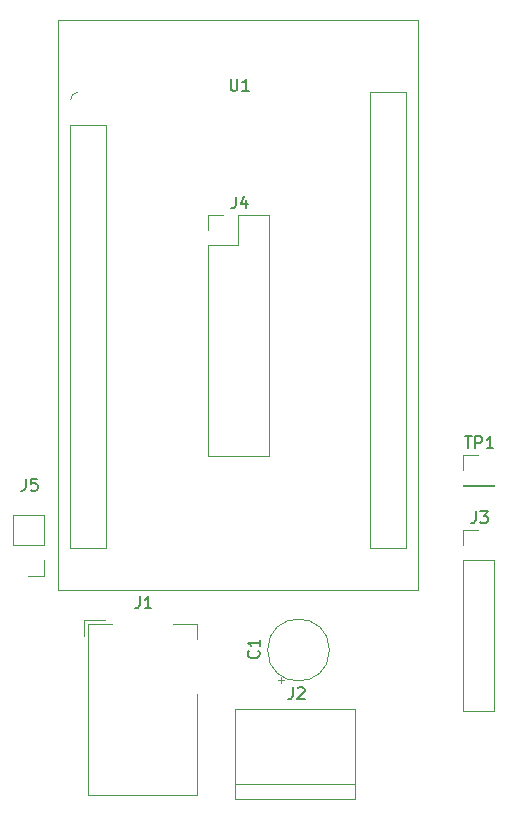
<source format=gbr>
%TF.GenerationSoftware,KiCad,Pcbnew,7.0.3*%
%TF.CreationDate,2023-06-24T17:47:24-04:00*%
%TF.ProjectId,ESP32-HUB75-Board,45535033-322d-4485-9542-37352d426f61,rev?*%
%TF.SameCoordinates,Original*%
%TF.FileFunction,Legend,Top*%
%TF.FilePolarity,Positive*%
%FSLAX46Y46*%
G04 Gerber Fmt 4.6, Leading zero omitted, Abs format (unit mm)*
G04 Created by KiCad (PCBNEW 7.0.3) date 2023-06-24 17:47:24*
%MOMM*%
%LPD*%
G01*
G04 APERTURE LIST*
%ADD10C,0.150000*%
%ADD11C,0.100000*%
%ADD12C,0.120000*%
G04 APERTURE END LIST*
D10*
%TO.C,U1*%
X123796779Y-68474819D02*
X123796779Y-69284342D01*
X123796779Y-69284342D02*
X123844398Y-69379580D01*
X123844398Y-69379580D02*
X123892017Y-69427200D01*
X123892017Y-69427200D02*
X123987255Y-69474819D01*
X123987255Y-69474819D02*
X124177731Y-69474819D01*
X124177731Y-69474819D02*
X124272969Y-69427200D01*
X124272969Y-69427200D02*
X124320588Y-69379580D01*
X124320588Y-69379580D02*
X124368207Y-69284342D01*
X124368207Y-69284342D02*
X124368207Y-68474819D01*
X125368207Y-69474819D02*
X124796779Y-69474819D01*
X125082493Y-69474819D02*
X125082493Y-68474819D01*
X125082493Y-68474819D02*
X124987255Y-68617676D01*
X124987255Y-68617676D02*
X124892017Y-68712914D01*
X124892017Y-68712914D02*
X124796779Y-68760533D01*
%TO.C,J5*%
X106445350Y-102324819D02*
X106445350Y-103039104D01*
X106445350Y-103039104D02*
X106397731Y-103181961D01*
X106397731Y-103181961D02*
X106302493Y-103277200D01*
X106302493Y-103277200D02*
X106159636Y-103324819D01*
X106159636Y-103324819D02*
X106064398Y-103324819D01*
X107397731Y-102324819D02*
X106921541Y-102324819D01*
X106921541Y-102324819D02*
X106873922Y-102801009D01*
X106873922Y-102801009D02*
X106921541Y-102753390D01*
X106921541Y-102753390D02*
X107016779Y-102705771D01*
X107016779Y-102705771D02*
X107254874Y-102705771D01*
X107254874Y-102705771D02*
X107350112Y-102753390D01*
X107350112Y-102753390D02*
X107397731Y-102801009D01*
X107397731Y-102801009D02*
X107445350Y-102896247D01*
X107445350Y-102896247D02*
X107445350Y-103134342D01*
X107445350Y-103134342D02*
X107397731Y-103229580D01*
X107397731Y-103229580D02*
X107350112Y-103277200D01*
X107350112Y-103277200D02*
X107254874Y-103324819D01*
X107254874Y-103324819D02*
X107016779Y-103324819D01*
X107016779Y-103324819D02*
X106921541Y-103277200D01*
X106921541Y-103277200D02*
X106873922Y-103229580D01*
%TO.C,J1*%
X116082350Y-112270819D02*
X116082350Y-112985104D01*
X116082350Y-112985104D02*
X116034731Y-113127961D01*
X116034731Y-113127961D02*
X115939493Y-113223200D01*
X115939493Y-113223200D02*
X115796636Y-113270819D01*
X115796636Y-113270819D02*
X115701398Y-113270819D01*
X117082350Y-113270819D02*
X116510922Y-113270819D01*
X116796636Y-113270819D02*
X116796636Y-112270819D01*
X116796636Y-112270819D02*
X116701398Y-112413676D01*
X116701398Y-112413676D02*
X116606160Y-112508914D01*
X116606160Y-112508914D02*
X116510922Y-112556533D01*
%TO.C,J4*%
X124220350Y-78419819D02*
X124220350Y-79134104D01*
X124220350Y-79134104D02*
X124172731Y-79276961D01*
X124172731Y-79276961D02*
X124077493Y-79372200D01*
X124077493Y-79372200D02*
X123934636Y-79419819D01*
X123934636Y-79419819D02*
X123839398Y-79419819D01*
X125125112Y-78753152D02*
X125125112Y-79419819D01*
X124887017Y-78372200D02*
X124648922Y-79086485D01*
X124648922Y-79086485D02*
X125267969Y-79086485D01*
%TO.C,TP1*%
X143616779Y-98724819D02*
X144188207Y-98724819D01*
X143902493Y-99724819D02*
X143902493Y-98724819D01*
X144521541Y-99724819D02*
X144521541Y-98724819D01*
X144521541Y-98724819D02*
X144902493Y-98724819D01*
X144902493Y-98724819D02*
X144997731Y-98772438D01*
X144997731Y-98772438D02*
X145045350Y-98820057D01*
X145045350Y-98820057D02*
X145092969Y-98915295D01*
X145092969Y-98915295D02*
X145092969Y-99058152D01*
X145092969Y-99058152D02*
X145045350Y-99153390D01*
X145045350Y-99153390D02*
X144997731Y-99201009D01*
X144997731Y-99201009D02*
X144902493Y-99248628D01*
X144902493Y-99248628D02*
X144521541Y-99248628D01*
X146045350Y-99724819D02*
X145473922Y-99724819D01*
X145759636Y-99724819D02*
X145759636Y-98724819D01*
X145759636Y-98724819D02*
X145664398Y-98867676D01*
X145664398Y-98867676D02*
X145569160Y-98962914D01*
X145569160Y-98962914D02*
X145473922Y-99010533D01*
%TO.C,J2*%
X129051350Y-119977819D02*
X129051350Y-120692104D01*
X129051350Y-120692104D02*
X129003731Y-120834961D01*
X129003731Y-120834961D02*
X128908493Y-120930200D01*
X128908493Y-120930200D02*
X128765636Y-120977819D01*
X128765636Y-120977819D02*
X128670398Y-120977819D01*
X129479922Y-120073057D02*
X129527541Y-120025438D01*
X129527541Y-120025438D02*
X129622779Y-119977819D01*
X129622779Y-119977819D02*
X129860874Y-119977819D01*
X129860874Y-119977819D02*
X129956112Y-120025438D01*
X129956112Y-120025438D02*
X130003731Y-120073057D01*
X130003731Y-120073057D02*
X130051350Y-120168295D01*
X130051350Y-120168295D02*
X130051350Y-120263533D01*
X130051350Y-120263533D02*
X130003731Y-120406390D01*
X130003731Y-120406390D02*
X129432303Y-120977819D01*
X129432303Y-120977819D02*
X130051350Y-120977819D01*
%TO.C,J3*%
X144545350Y-105074819D02*
X144545350Y-105789104D01*
X144545350Y-105789104D02*
X144497731Y-105931961D01*
X144497731Y-105931961D02*
X144402493Y-106027200D01*
X144402493Y-106027200D02*
X144259636Y-106074819D01*
X144259636Y-106074819D02*
X144164398Y-106074819D01*
X144926303Y-105074819D02*
X145545350Y-105074819D01*
X145545350Y-105074819D02*
X145212017Y-105455771D01*
X145212017Y-105455771D02*
X145354874Y-105455771D01*
X145354874Y-105455771D02*
X145450112Y-105503390D01*
X145450112Y-105503390D02*
X145497731Y-105551009D01*
X145497731Y-105551009D02*
X145545350Y-105646247D01*
X145545350Y-105646247D02*
X145545350Y-105884342D01*
X145545350Y-105884342D02*
X145497731Y-105979580D01*
X145497731Y-105979580D02*
X145450112Y-106027200D01*
X145450112Y-106027200D02*
X145354874Y-106074819D01*
X145354874Y-106074819D02*
X145069160Y-106074819D01*
X145069160Y-106074819D02*
X144973922Y-106027200D01*
X144973922Y-106027200D02*
X144926303Y-105979580D01*
%TO.C,C1*%
X126149580Y-116887982D02*
X126197200Y-116935601D01*
X126197200Y-116935601D02*
X126244819Y-117078458D01*
X126244819Y-117078458D02*
X126244819Y-117173696D01*
X126244819Y-117173696D02*
X126197200Y-117316553D01*
X126197200Y-117316553D02*
X126101961Y-117411791D01*
X126101961Y-117411791D02*
X126006723Y-117459410D01*
X126006723Y-117459410D02*
X125816247Y-117507029D01*
X125816247Y-117507029D02*
X125673390Y-117507029D01*
X125673390Y-117507029D02*
X125482914Y-117459410D01*
X125482914Y-117459410D02*
X125387676Y-117411791D01*
X125387676Y-117411791D02*
X125292438Y-117316553D01*
X125292438Y-117316553D02*
X125244819Y-117173696D01*
X125244819Y-117173696D02*
X125244819Y-117078458D01*
X125244819Y-117078458D02*
X125292438Y-116935601D01*
X125292438Y-116935601D02*
X125340057Y-116887982D01*
X126244819Y-115935601D02*
X126244819Y-116507029D01*
X126244819Y-116221315D02*
X125244819Y-116221315D01*
X125244819Y-116221315D02*
X125387676Y-116316553D01*
X125387676Y-116316553D02*
X125482914Y-116411791D01*
X125482914Y-116411791D02*
X125530533Y-116507029D01*
D11*
%TO.C,U1*%
X135636000Y-69596000D02*
X138684000Y-69596000D01*
X138684000Y-69596000D02*
X138684000Y-108204000D01*
X138684000Y-108204000D02*
X135636000Y-108204000D01*
X135636000Y-108204000D02*
X135636000Y-69596000D01*
X110236000Y-72390000D02*
X113284000Y-72390000D01*
X113284000Y-72390000D02*
X113284000Y-108204000D01*
X113284000Y-108204000D02*
X110236000Y-108204000D01*
X110236000Y-108204000D02*
X110236000Y-72390000D01*
X110871000Y-69596000D02*
G75*
G03*
X110236000Y-70231000I0J-635000D01*
G01*
X139700000Y-63500000D02*
X109220000Y-63500000D01*
X109220000Y-63500000D02*
X109220000Y-111760000D01*
X109220000Y-111760000D02*
X139700000Y-111760000D01*
X139700000Y-111760000D02*
X139700000Y-63500000D01*
D12*
%TO.C,J5*%
X105350000Y-107950000D02*
X105350000Y-105350000D01*
X108010000Y-105350000D02*
X105350000Y-105350000D01*
X108010000Y-107950000D02*
X105350000Y-107950000D01*
X108010000Y-107950000D02*
X108010000Y-105350000D01*
X108010000Y-109220000D02*
X108010000Y-110550000D01*
X108010000Y-110550000D02*
X106680000Y-110550000D01*
%TO.C,J1*%
X111417000Y-114316000D02*
X111417000Y-115616000D01*
X111717000Y-114616000D02*
X113717000Y-114616000D01*
X111717000Y-129116000D02*
X111717000Y-114616000D01*
X113117000Y-114316000D02*
X111417000Y-114316000D01*
X118917000Y-114616000D02*
X120917000Y-114616000D01*
X120917000Y-114616000D02*
X120917000Y-115916000D01*
X120917000Y-120516000D02*
X120917000Y-129116000D01*
X120917000Y-129116000D02*
X111717000Y-129116000D01*
%TO.C,J4*%
X121855000Y-79965000D02*
X123185000Y-79965000D01*
X121855000Y-81295000D02*
X121855000Y-79965000D01*
X121855000Y-82565000D02*
X121855000Y-100405000D01*
X121855000Y-82565000D02*
X124455000Y-82565000D01*
X121855000Y-100405000D02*
X127055000Y-100405000D01*
X124455000Y-79965000D02*
X127055000Y-79965000D01*
X124455000Y-82565000D02*
X124455000Y-79965000D01*
X127055000Y-79965000D02*
X127055000Y-100405000D01*
%TO.C,TP1*%
X143450000Y-100270000D02*
X144780000Y-100270000D01*
X143450000Y-101600000D02*
X143450000Y-100270000D01*
X143450000Y-102870000D02*
X143450000Y-102930000D01*
X143450000Y-102870000D02*
X146110000Y-102870000D01*
X143450000Y-102930000D02*
X146110000Y-102930000D01*
X146110000Y-102870000D02*
X146110000Y-102930000D01*
%TO.C,J2*%
X124206000Y-121793000D02*
X124206000Y-129413000D01*
X124206000Y-129413000D02*
X134366000Y-129413000D01*
X134366000Y-121793000D02*
X124206000Y-121793000D01*
X134366000Y-128143000D02*
X124206000Y-128143000D01*
X134366000Y-129413000D02*
X134366000Y-121793000D01*
%TO.C,J3*%
X146110000Y-109220000D02*
X146110000Y-121980000D01*
X143450000Y-121980000D02*
X146110000Y-121980000D01*
X143450000Y-109220000D02*
X146110000Y-109220000D01*
X143450000Y-109220000D02*
X143450000Y-121980000D01*
X143450000Y-107950000D02*
X143450000Y-106620000D01*
X143450000Y-106620000D02*
X144780000Y-106620000D01*
%TO.C,C1*%
X128065000Y-119624775D02*
X128065000Y-119124775D01*
X127815000Y-119374775D02*
X128315000Y-119374775D01*
X132160000Y-116820000D02*
G75*
G03*
X132160000Y-116820000I-2620000J0D01*
G01*
%TD*%
M02*

</source>
